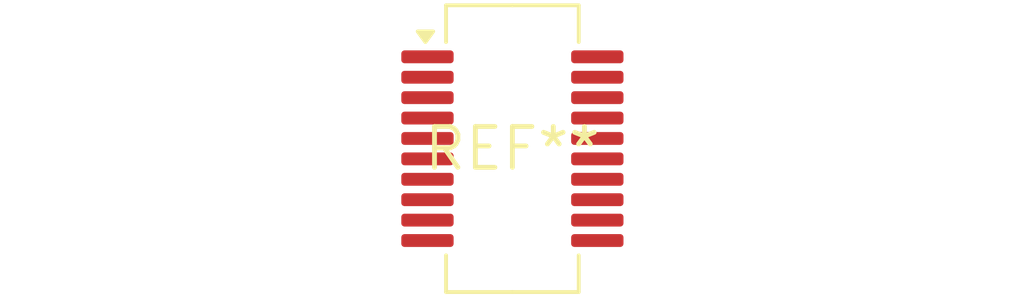
<source format=kicad_pcb>
(kicad_pcb (version 20240108) (generator pcbnew)
  (layers (0 "F.Cu" signal) (31 "B.Cu" signal) (34 "B.Paste" user) (35 "F.Paste" user) (36 "B.SilkS" user "B.Silkscreen") (37 "F.SilkS" user "F.Silkscreen") (38 "B.Mask" user) (39 "F.Mask" user) (44 "Edge.Cuts" user))
  (net 0 "")
  (footprint "QSOP-20_3.9x8.7mm_P0.635mm" (layer "F.Cu") (at 0 0)
    (property "Reference" "REF**")
    (property "Value" "QSOP-20_3.9x8.7mm_P0.635mm")
    (fp_line (start -2.06 -4.46) (end -2.06 -3.3175) (layer "F.SilkS") (stroke (width 0.12)))
    (fp_line (start -2.06 4.46) (end -2.06 3.3175) (layer "F.SilkS") (stroke (width 0.12)))
    (fp_line (start 0 -4.46) (end -2.06 -4.46) (layer "F.SilkS") (stroke (width 0.12)))
    (fp_line (start 0 -4.46) (end 2.06 -4.46) (layer "F.SilkS") (stroke (width 0.12)))
    (fp_line (start 0 4.46) (end -2.06 4.46) (layer "F.SilkS") (stroke (width 0.12)))
    (fp_line (start 0 4.46) (end 2.06 4.46) (layer "F.SilkS") (stroke (width 0.12)))
    (fp_line (start 2.06 -4.46) (end 2.06 -3.3175) (layer "F.SilkS") (stroke (width 0.12)))
    (fp_line (start 2.06 4.46) (end 2.06 3.3175) (layer "F.SilkS") (stroke (width 0.12)))
    (fp_poly (pts (xy -2.7 -3.3175) (xy -2.94 -3.6475) (xy -2.46 -3.6475) (xy -2.7 -3.3175)) (layer "F.SilkS") (stroke (width 0.12)) (fill solid))
    (pad "1" smd roundrect (at -2.6375 -2.8575) (size 1.625 0.4) (layers "F.Cu" "F.Paste" "F.Mask"))
    (pad "2" smd roundrect (at -2.6375 -2.2225) (size 1.625 0.4) (layers "F.Cu" "F.Paste" "F.Mask"))
    (pad "3" smd roundrect (at -2.6375 -1.5875) (size 1.625 0.4) (layers "F.Cu" "F.Paste" "F.Mask"))
    (pad "4" smd roundrect (at -2.6375 -0.9525) (size 1.625 0.4) (layers "F.Cu" "F.Paste" "F.Mask"))
    (pad "5" smd roundrect (at -2.6375 -0.3175) (size 1.625 0.4) (layers "F.Cu" "F.Paste" "F.Mask"))
    (pad "6" smd roundrect (at -2.6375 0.3175) (size 1.625 0.4) (layers "F.Cu" "F.Paste" "F.Mask"))
    (pad "7" smd roundrect (at -2.6375 0.9525) (size 1.625 0.4) (layers "F.Cu" "F.Paste" "F.Mask"))
    (pad "8" smd roundrect (at -2.6375 1.5875) (size 1.625 0.4) (layers "F.Cu" "F.Paste" "F.Mask"))
    (pad "9" smd roundrect (at -2.6375 2.2225) (size 1.625 0.4) (layers "F.Cu" "F.Paste" "F.Mask"))
    (pad "10" smd roundrect (at -2.6375 2.8575) (size 1.625 0.4) (layers "F.Cu" "F.Paste" "F.Mask"))
    (pad "11" smd roundrect (at 2.6375 2.8575) (size 1.625 0.4) (layers "F.Cu" "F.Paste" "F.Mask"))
    (pad "12" smd roundrect (at 2.6375 2.2225) (size 1.625 0.4) (layers "F.Cu" "F.Paste" "F.Mask"))
    (pad "13" smd roundrect (at 2.6375 1.5875) (size 1.625 0.4) (layers "F.Cu" "F.Paste" "F.Mask"))
    (pad "14" smd roundrect (at 2.6375 0.9525) (size 1.625 0.4) (layers "F.Cu" "F.Paste" "F.Mask"))
    (pad "15" smd roundrect (at 2.6375 0.3175) (size 1.625 0.4) (layers "F.Cu" "F.Paste" "F.Mask"))
    (pad "16" smd roundrect (at 2.6375 -0.3175) (size 1.625 0.4) (layers "F.Cu" "F.Paste" "F.Mask"))
    (pad "17" smd roundrect (at 2.6375 -0.9525) (size 1.625 0.4) (layers "F.Cu" "F.Paste" "F.Mask"))
    (pad "18" smd roundrect (at 2.6375 -1.5875) (size 1.625 0.4) (layers "F.Cu" "F.Paste" "F.Mask"))
    (pad "19" smd roundrect (at 2.6375 -2.2225) (size 1.625 0.4) (layers "F.Cu" "F.Paste" "F.Mask"))
    (pad "20" smd roundrect (at 2.6375 -2.8575) (size 1.625 0.4) (layers "F.Cu" "F.Paste" "F.Mask"))
  )
)
</source>
